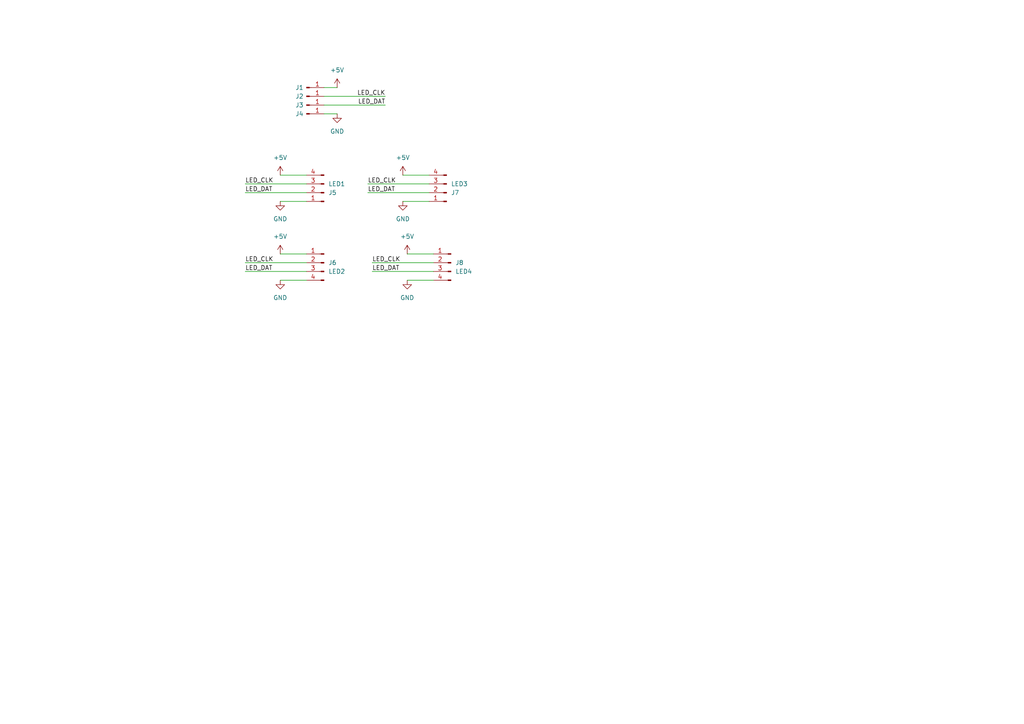
<source format=kicad_sch>
(kicad_sch (version 20250114) (generator "eeschema") (generator_version "9.0")
  (paper "A4")
  (lib_symbols
    (symbol "Connector:Conn_01x01_Pin" (pin_names (offset 1.016) (hide yes))
      (property "Reference" "J" (at 0 2.54 0))
      (property "Value" "Conn_01x01_Pin" (at 0 -2.54 0))
      (symbol "Conn_01x01_Pin_1_1"
        (rectangle (start 0.8636 0.127) (end 0 -0.127) (stroke (width 0.1524)) (fill (type outline)))
        (polyline (pts (xy 1.27 0) (xy 0.8636 0)) (stroke (width 0.1524)))
        (pin passive line (at 5.08 0 180) (length 3.81) (name "Pin_1") (number "1"))
      )
    )
    (symbol "Connector:Conn_01x04_Pin" (pin_names (offset 1.016) (hide yes))
      (property "Reference" "J" (at 0 5.08 0))
      (property "Value" "Conn_01x04_Pin" (at 0 -7.62 0))
      (symbol "Conn_01x04_Pin_1_1"
        (rectangle (start 0.8636 2.667) (end 0 2.413) (stroke (width 0.1524)) (fill (type outline)))
        (rectangle (start 0.8636 0.127) (end 0 -0.127) (stroke (width 0.1524)) (fill (type outline)))
        (rectangle (start 0.8636 -2.413) (end 0 -2.667) (stroke (width 0.1524)) (fill (type outline)))
        (rectangle (start 0.8636 -4.953) (end 0 -5.207) (stroke (width 0.1524)) (fill (type outline)))
        (polyline (pts (xy 1.27 2.54) (xy 0.8636 2.54)) (stroke (width 0.1524)))
        (polyline (pts (xy 1.27 0) (xy 0.8636 0)) (stroke (width 0.1524)))
        (polyline (pts (xy 1.27 -2.54) (xy 0.8636 -2.54)) (stroke (width 0.1524)))
        (polyline (pts (xy 1.27 -5.08) (xy 0.8636 -5.08)) (stroke (width 0.1524)))
        (pin passive line (at 5.08 2.54 180) (length 3.81) (name "Pin_1") (number "1"))
        (pin passive line (at 5.08 0 180) (length 3.81) (name "Pin_2") (number "2"))
        (pin passive line (at 5.08 -2.54 180) (length 3.81) (name "Pin_3") (number "3"))
        (pin passive line (at 5.08 -5.08 180) (length 3.81) (name "Pin_4") (number "4"))
      )
    )
    (symbol "power:+5V" (power) (pin_numbers (hide yes)) (pin_names (offset 0) (hide yes))
      (property "Value" "+5V" (at 0 3.556 0))
      (symbol "+5V_0_1"
        (polyline (pts (xy -0.762 1.27) (xy 0 2.54)))
        (polyline (pts (xy 0 2.54) (xy 0.762 1.27)))
        (polyline (pts (xy 0 0) (xy 0 2.54)))
      )
      (symbol "+5V_1_1"
        (pin power_in line (at 0 0 90) (length 0) (name "~") (number "1"))
      )
    )
    (symbol "power:GND" (power) (pin_numbers (hide yes)) (pin_names (offset 0) (hide yes))
      (property "Value" "GND" (at 0 -3.81 0))
      (symbol "GND_0_1"
        (polyline (pts (xy 0 0) (xy 0 -1.27) (xy 1.27 -1.27) (xy 0 -2.54) (xy -1.27 -1.27) (xy 0 -1.27)))
      )
      (symbol "GND_1_1"
        (pin power_in line (at 0 0 270) (length 0) (name "~") (number "1"))
      )
    )
  )
  (wire (pts (xy 106.68 55.88) (xy 124.46 55.88)))
  (wire (pts (xy 107.95 76.2) (xy 125.73 76.2)))
  (wire (pts (xy 81.28 58.42) (xy 88.9 58.42)))
  (wire (pts (xy 81.28 81.28) (xy 88.9 81.28)))
  (wire (pts (xy 81.28 73.66) (xy 88.9 73.66)))
  (wire (pts (xy 71.12 55.88) (xy 88.9 55.88)))
  (wire (pts (xy 116.84 58.42) (xy 124.46 58.42)))
  (wire (pts (xy 118.11 73.66) (xy 125.73 73.66)))
  (wire (pts (xy 71.12 53.34) (xy 88.9 53.34)))
  (wire (pts (xy 118.11 81.28) (xy 125.73 81.28)))
  (wire (pts (xy 93.98 25.4) (xy 97.79 25.4)))
  (wire (pts (xy 111.76 27.94) (xy 93.98 27.94)))
  (wire (pts (xy 111.76 30.48) (xy 93.98 30.48)))
  (wire (pts (xy 107.95 78.74) (xy 125.73 78.74)))
  (wire (pts (xy 71.12 76.2) (xy 88.9 76.2)))
  (wire (pts (xy 106.68 53.34) (xy 124.46 53.34)))
  (wire (pts (xy 93.98 33.02) (xy 97.79 33.02)))
  (wire (pts (xy 81.28 50.8) (xy 88.9 50.8)))
  (wire (pts (xy 116.84 50.8) (xy 124.46 50.8)))
  (wire (pts (xy 71.12 78.74) (xy 88.9 78.74)))
  (label "LED_DAT" (at 71.12 55.88 0))
  (label "LED_DAT" (at 111.76 30.48 180))
  (label "LED_DAT" (at 106.68 55.88 0))
  (label "LED_CLK" (at 111.76 27.94 180))
  (label "LED_CLK" (at 106.68 53.34 0))
  (label "LED_CLK" (at 71.12 53.34 0))
  (label "LED_DAT" (at 107.95 78.74 0))
  (label "LED_CLK" (at 107.95 76.2 0))
  (label "LED_CLK" (at 71.12 76.2 0))
  (label "LED_DAT" (at 71.12 78.74 0))
  (symbol (lib_id "Connector:Conn_01x04_Pin") (at 129.54 55.88 180) (unit 1)
    (property "Reference" "J7" (at 130.81 55.8801 0) (effects (justify right)))
    (property "Value" "LED3" (at 130.81 53.3401 0) (effects (justify right)))
    (property "Footprint" "custom:quad_b2b_pad" (effects (hide yes)))
    (property "Description" "Generic connector, single row, 01x04, script generated" (effects (hide yes)))
  )
  (symbol (lib_id "Connector:Conn_01x01_Pin") (at 88.9 27.94 0) (unit 1)
    (property "Reference" "J2" (at 86.868 27.94 0))
    (property "Value" "Conn_01x01_Pin" (effects (hide yes)))
    (property "Footprint" "custom:single_b2b_pad" (effects (hide yes)))
    (property "Description" "Generic connector, single row, 01x01, script generated" (effects (hide yes)))
  )
  (symbol (lib_id "Connector:Conn_01x01_Pin") (at 88.9 30.48 0) (unit 1)
    (property "Reference" "J3" (at 86.868 30.48 0))
    (property "Value" "Conn_01x01_Pin" (effects (hide yes)))
    (property "Footprint" "custom:single_b2b_pad" (effects (hide yes)))
    (property "Description" "Generic connector, single row, 01x01, script generated" (effects (hide yes)))
  )
  (symbol (lib_id "Connector:Conn_01x01_Pin") (at 88.9 33.02 0) (unit 1)
    (property "Reference" "J4" (at 86.868 33.02 0))
    (property "Value" "Conn_01x01_Pin" (effects (hide yes)))
    (property "Footprint" "custom:single_b2b_pad" (effects (hide yes)))
    (property "Description" "Generic connector, single row, 01x01, script generated" (effects (hide yes)))
  )
  (symbol (lib_id "power:+5V") (at 81.28 73.66 0) (unit 1)
    (property "Reference" "#PWR03" (effects (hide yes)))
    (property "Value" "+5V" (at 81.28 68.58 0))
    (property "Description" "Power symbol creates a global label with name \"+5V\"" (effects (hide yes)))
  )
  (symbol (lib_id "power:+5V") (at 97.79 25.4 0) (unit 1)
    (property "Reference" "#PWR05" (effects (hide yes)))
    (property "Value" "+5V" (at 97.79 20.32 0))
    (property "Description" "Power symbol creates a global label with name \"+5V\"" (effects (hide yes)))
  )
  (symbol (lib_id "Connector:Conn_01x04_Pin") (at 93.98 55.88 180) (unit 1)
    (property "Reference" "J5" (at 95.25 55.8801 0) (effects (justify right)))
    (property "Value" "LED1" (at 95.25 53.3401 0) (effects (justify right)))
    (property "Footprint" "custom:quad_b2b_pad" (effects (hide yes)))
    (property "Description" "Generic connector, single row, 01x04, script generated" (effects (hide yes)))
  )
  (symbol (lib_id "Connector:Conn_01x01_Pin") (at 88.9 25.4 0) (unit 1)
    (property "Reference" "J1" (at 86.868 25.4 0))
    (property "Value" "Conn_01x01_Pin" (effects (hide yes)))
    (property "Footprint" "custom:single_b2b_pad" (effects (hide yes)))
    (property "Description" "Generic connector, single row, 01x01, script generated" (effects (hide yes)))
  )
  (symbol (lib_id "power:GND") (at 97.79 33.02 0) (unit 1)
    (property "Reference" "#PWR06" (effects (hide yes)))
    (property "Value" "GND" (at 97.79 38.1 0))
    (property "Description" "Power symbol creates a global label with name \"GND\" , ground" (effects (hide yes)))
  )
  (symbol (lib_id "power:GND") (at 81.28 81.28 0) (unit 1)
    (property "Reference" "#PWR04" (effects (hide yes)))
    (property "Value" "GND" (at 81.28 86.36 0))
    (property "Description" "Power symbol creates a global label with name \"GND\" , ground" (effects (hide yes)))
  )
  (symbol (lib_id "Connector:Conn_01x04_Pin") (at 130.81 76.2 0) (mirror y) (unit 1)
    (property "Reference" "J8" (at 132.08 76.1999 0) (effects (justify right)))
    (property "Value" "LED4" (at 132.08 78.7399 0) (effects (justify right)))
    (property "Footprint" "custom:quad_b2b_pad" (effects (hide yes)))
    (property "Description" "Generic connector, single row, 01x04, script generated" (effects (hide yes)))
  )
  (symbol (lib_id "power:+5V") (at 81.28 50.8 0) (unit 1)
    (property "Reference" "#PWR01" (effects (hide yes)))
    (property "Value" "+5V" (at 81.28 45.72 0))
    (property "Description" "Power symbol creates a global label with name \"+5V\"" (effects (hide yes)))
  )
  (symbol (lib_id "power:GND") (at 81.28 58.42 0) (unit 1)
    (property "Reference" "#PWR02" (effects (hide yes)))
    (property "Value" "GND" (at 81.28 63.5 0))
    (property "Description" "Power symbol creates a global label with name \"GND\" , ground" (effects (hide yes)))
  )
  (symbol (lib_id "power:GND") (at 116.84 58.42 0) (unit 1)
    (property "Reference" "#PWR08" (effects (hide yes)))
    (property "Value" "GND" (at 116.84 63.5 0))
    (property "Description" "Power symbol creates a global label with name \"GND\" , ground" (effects (hide yes)))
  )
  (symbol (lib_id "power:+5V") (at 116.84 50.8 0) (unit 1)
    (property "Reference" "#PWR07" (effects (hide yes)))
    (property "Value" "+5V" (at 116.84 45.72 0))
    (property "Description" "Power symbol creates a global label with name \"+5V\"" (effects (hide yes)))
  )
  (symbol (lib_id "power:GND") (at 118.11 81.28 0) (unit 1)
    (property "Reference" "#PWR010" (effects (hide yes)))
    (property "Value" "GND" (at 118.11 86.36 0))
    (property "Description" "Power symbol creates a global label with name \"GND\" , ground" (effects (hide yes)))
  )
  (symbol (lib_id "Connector:Conn_01x04_Pin") (at 93.98 76.2 0) (mirror y) (unit 1)
    (property "Reference" "J6" (at 95.25 76.1999 0) (effects (justify right)))
    (property "Value" "LED2" (at 95.25 78.7399 0) (effects (justify right)))
    (property "Footprint" "custom:quad_b2b_pad" (effects (hide yes)))
    (property "Description" "Generic connector, single row, 01x04, script generated" (effects (hide yes)))
  )
  (symbol (lib_id "power:+5V") (at 118.11 73.66 0) (unit 1)
    (property "Reference" "#PWR09" (effects (hide yes)))
    (property "Value" "+5V" (at 118.11 68.58 0))
    (property "Description" "Power symbol creates a global label with name \"+5V\"" (effects (hide yes)))
  )
)
</source>
